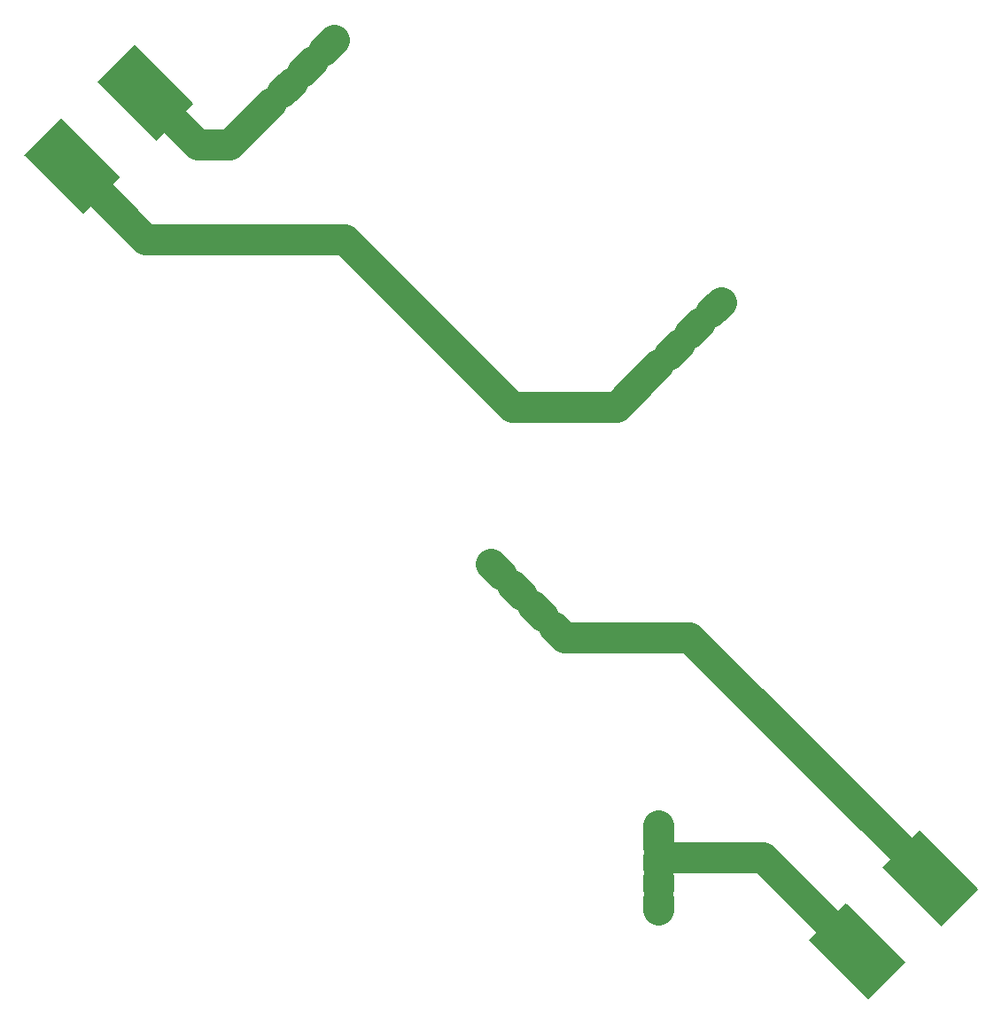
<source format=gbr>
G04 #@! TF.FileFunction,Copper,L2,Bot,Signal*
%FSLAX46Y46*%
G04 Gerber Fmt 4.6, Leading zero omitted, Abs format (unit mm)*
G04 Created by KiCad (PCBNEW 4.0.6) date 12/04/17 20:42:28*
%MOMM*%
%LPD*%
G01*
G04 APERTURE LIST*
%ADD10C,0.050000*%
%ADD11C,0.600000*%
%ADD12C,3.000000*%
G04 APERTURE END LIST*
D10*
G36*
X163596194Y-117060660D02*
X160060660Y-120596194D01*
X154403806Y-114939340D01*
X157939340Y-111403806D01*
X163596194Y-117060660D01*
X163596194Y-117060660D01*
G37*
G36*
X170596194Y-110060660D02*
X167060660Y-113596194D01*
X161403806Y-107939340D01*
X164939340Y-104403806D01*
X170596194Y-110060660D01*
X170596194Y-110060660D01*
G37*
G36*
X95596194Y-35060660D02*
X92060660Y-38596194D01*
X86403806Y-32939340D01*
X89939340Y-29403806D01*
X95596194Y-35060660D01*
X95596194Y-35060660D01*
G37*
G36*
X88596194Y-42060660D02*
X85060660Y-45596194D01*
X79403806Y-39939340D01*
X82939340Y-36403806D01*
X88596194Y-42060660D01*
X88596194Y-42060660D01*
G37*
D11*
X140000000Y-112000000D03*
X140000000Y-105000000D03*
X140000000Y-104000000D03*
X140000000Y-106000000D03*
X140000000Y-107000000D03*
X140000000Y-108000000D03*
X140000000Y-109000000D03*
X140000000Y-110000000D03*
X140000000Y-111000000D03*
X131000000Y-86000000D03*
X124000000Y-79000000D03*
X125000000Y-80000000D03*
X126000000Y-81000000D03*
X127000000Y-82000000D03*
X128000000Y-83000000D03*
X129000000Y-84000000D03*
X130000000Y-85000000D03*
X109000000Y-29000000D03*
X102000000Y-36000000D03*
X103000000Y-35000000D03*
X104000000Y-34000000D03*
X105000000Y-33000000D03*
X106000000Y-32000000D03*
X107000000Y-31000000D03*
X108000000Y-30000000D03*
X146000000Y-54000000D03*
X139000000Y-61000000D03*
X140000000Y-60000000D03*
X141000000Y-59000000D03*
X142000000Y-58000000D03*
X143000000Y-57000000D03*
X144000000Y-56000000D03*
X145000000Y-55000000D03*
D12*
X140000000Y-107000000D02*
X150000000Y-107000000D01*
X150000000Y-107000000D02*
X159000000Y-116000000D01*
X140000000Y-111000000D02*
X140000000Y-112000000D01*
X140000000Y-106000000D02*
X140000000Y-105000000D01*
X140000000Y-104000000D02*
X140000000Y-105000000D01*
X140000000Y-105000000D02*
X140000000Y-106000000D01*
X140000000Y-108000000D02*
X140000000Y-107000000D01*
X140000000Y-110000000D02*
X140000000Y-109000000D01*
X96000000Y-39000000D02*
X91000000Y-34000000D01*
X102000000Y-36000000D02*
X99000000Y-39000000D01*
X141000000Y-86000000D02*
X143000000Y-86000000D01*
X137000000Y-86000000D02*
X141000000Y-86000000D01*
X131000000Y-86000000D02*
X137000000Y-86000000D01*
X143000000Y-86000000D02*
X166000000Y-109000000D01*
X99000000Y-39000000D02*
X96000000Y-39000000D01*
X125000000Y-80000000D02*
X124000000Y-79000000D01*
X127000000Y-82000000D02*
X126000000Y-81000000D01*
X129000000Y-84000000D02*
X128000000Y-83000000D01*
X130000000Y-85000000D02*
X131000000Y-86000000D01*
X103000000Y-35000000D02*
X102000000Y-36000000D01*
X105000000Y-33000000D02*
X104000000Y-34000000D01*
X107000000Y-31000000D02*
X106000000Y-32000000D01*
X108000000Y-30000000D02*
X109000000Y-29000000D01*
X93000000Y-48000000D02*
X91000000Y-48000000D01*
X110000000Y-48000000D02*
X93000000Y-48000000D01*
X139000000Y-61000000D02*
X136000000Y-64000000D01*
X126000000Y-64000000D02*
X115000000Y-53000000D01*
X129000000Y-64000000D02*
X126000000Y-64000000D01*
X136000000Y-64000000D02*
X129000000Y-64000000D01*
X115000000Y-53000000D02*
X110000000Y-48000000D01*
X91000000Y-48000000D02*
X84000000Y-41000000D01*
X140000000Y-60000000D02*
X139000000Y-61000000D01*
X142000000Y-58000000D02*
X141000000Y-59000000D01*
X144000000Y-56000000D02*
X143000000Y-57000000D01*
X145000000Y-55000000D02*
X146000000Y-54000000D01*
M02*

</source>
